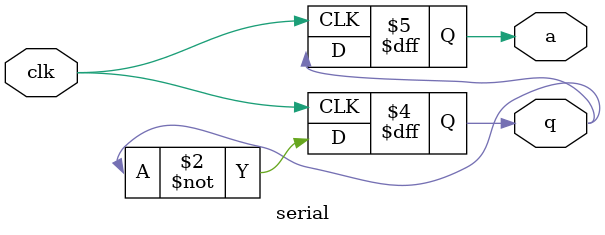
<source format=v>
module serial (q, a, clk);

output q,a;
input clk;
reg q,a;

always @(negedge clk ) begin
    q = ~q;
    a = ~q;
    /*
    a = ~q;
    q = ~q; 
    */    
end

    
endmodule
</source>
